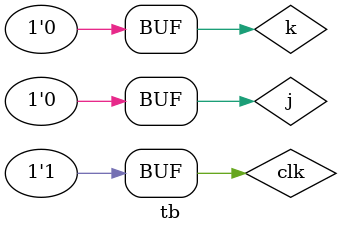
<source format=v>
module jk(j, k, clk, q, qn);
    input j,k,clk;
    output qn;
    output reg q;

    always @(posedge clk) begin
        case({j,k})
            2'b00: q <= q;
            2'b01: q <= 0;
            2'b10: q <= 1;
            2'b11: q <= ~q;
        endcase
    end

    assign qn = ~q;
endmodule

module tb();
    reg j,k,clk;
    wire q, qn;
    jk jkff(j, k, clk, q, qn);

    initial begin
        $monitor("%d %d %d %d", j, k, q, qn);
        clk = 1;
        j = 0;
        k = 1;
        #100;
        clk = 0;
        #100;
        clk = 1;
        j = 1;
        k = 0;
        #100;
        clk = 0;
        #100;
        clk = 1;
        j = 0;
        k = 0;
    end
endmodule
</source>
